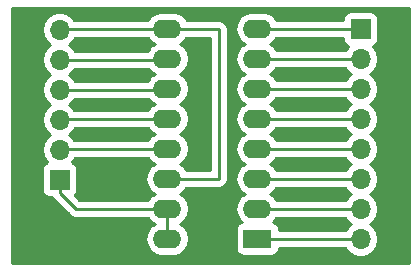
<source format=gbr>
G04 #@! TF.GenerationSoftware,KiCad,Pcbnew,5.0.2-bee76a0~70~ubuntu18.04.1*
G04 #@! TF.CreationDate,2019-03-01T21:34:10+01:00*
G04 #@! TF.ProjectId,MCP3008_filled,4d435033-3030-4385-9f66-696c6c65642e,2*
G04 #@! TF.SameCoordinates,Original*
G04 #@! TF.FileFunction,Copper,L1,Top*
G04 #@! TF.FilePolarity,Positive*
%FSLAX46Y46*%
G04 Gerber Fmt 4.6, Leading zero omitted, Abs format (unit mm)*
G04 Created by KiCad (PCBNEW 5.0.2-bee76a0~70~ubuntu18.04.1) date Fr 01 Mär 2019 21:34:10 CET*
%MOMM*%
%LPD*%
G01*
G04 APERTURE LIST*
G04 #@! TA.AperFunction,ComponentPad*
%ADD10O,1.700000X1.700000*%
G04 #@! TD*
G04 #@! TA.AperFunction,ComponentPad*
%ADD11R,1.700000X1.700000*%
G04 #@! TD*
G04 #@! TA.AperFunction,ComponentPad*
%ADD12O,2.400000X1.600000*%
G04 #@! TD*
G04 #@! TA.AperFunction,ComponentPad*
%ADD13R,2.400000X1.600000*%
G04 #@! TD*
G04 #@! TA.AperFunction,Conductor*
%ADD14C,0.250000*%
G04 #@! TD*
G04 #@! TA.AperFunction,NonConductor*
%ADD15C,0.254000*%
G04 #@! TD*
G04 APERTURE END LIST*
D10*
G04 #@! TO.P,REF\002A\002A,8*
G04 #@! TO.N,N/C*
X205740000Y-93780000D03*
G04 #@! TO.P,REF\002A\002A,7*
X205740000Y-91240000D03*
G04 #@! TO.P,REF\002A\002A,6*
X205740000Y-88700000D03*
G04 #@! TO.P,REF\002A\002A,5*
X205740000Y-86160000D03*
G04 #@! TO.P,REF\002A\002A,4*
X205740000Y-83620000D03*
G04 #@! TO.P,REF\002A\002A,3*
X205740000Y-81080000D03*
G04 #@! TO.P,REF\002A\002A,2*
X205740000Y-78540000D03*
D11*
G04 #@! TO.P,REF\002A\002A,1*
X205740000Y-76000000D03*
G04 #@! TD*
D10*
G04 #@! TO.P,REF\002A\002A,6*
G04 #@! TO.N,N/C*
X180250000Y-76050000D03*
G04 #@! TO.P,REF\002A\002A,5*
X180250000Y-78590000D03*
G04 #@! TO.P,REF\002A\002A,4*
X180250000Y-81130000D03*
G04 #@! TO.P,REF\002A\002A,3*
X180250000Y-83670000D03*
G04 #@! TO.P,REF\002A\002A,2*
X180250000Y-86210000D03*
D11*
G04 #@! TO.P,REF\002A\002A,1*
X180250000Y-88750000D03*
G04 #@! TD*
D12*
G04 #@! TO.P,REF\002A\002A,16*
G04 #@! TO.N,N/C*
X189380000Y-93750000D03*
G04 #@! TO.P,REF\002A\002A,8*
X197000000Y-75970000D03*
G04 #@! TO.P,REF\002A\002A,15*
X189380000Y-91210000D03*
G04 #@! TO.P,REF\002A\002A,7*
X197000000Y-78510000D03*
G04 #@! TO.P,REF\002A\002A,14*
X189380000Y-88670000D03*
G04 #@! TO.P,REF\002A\002A,6*
X197000000Y-81050000D03*
G04 #@! TO.P,REF\002A\002A,13*
X189380000Y-86130000D03*
G04 #@! TO.P,REF\002A\002A,5*
X197000000Y-83590000D03*
G04 #@! TO.P,REF\002A\002A,12*
X189380000Y-83590000D03*
G04 #@! TO.P,REF\002A\002A,4*
X197000000Y-86130000D03*
G04 #@! TO.P,REF\002A\002A,11*
X189380000Y-81050000D03*
G04 #@! TO.P,REF\002A\002A,3*
X197000000Y-88670000D03*
G04 #@! TO.P,REF\002A\002A,10*
X189380000Y-78510000D03*
G04 #@! TO.P,REF\002A\002A,2*
X197000000Y-91210000D03*
G04 #@! TO.P,REF\002A\002A,9*
X189380000Y-75970000D03*
D13*
G04 #@! TO.P,REF\002A\002A,1*
X197000000Y-93750000D03*
G04 #@! TD*
D14*
G04 #@! TO.N,*
X180300000Y-86160000D02*
X180250000Y-86210000D01*
X205710000Y-93750000D02*
X205740000Y-93780000D01*
X197000000Y-93750000D02*
X205710000Y-93750000D01*
X205710000Y-75970000D02*
X205740000Y-76000000D01*
X197000000Y-75970000D02*
X205710000Y-75970000D01*
X205710000Y-78510000D02*
X205740000Y-78540000D01*
X197000000Y-78510000D02*
X205710000Y-78510000D01*
X205710000Y-81050000D02*
X205740000Y-81080000D01*
X197000000Y-81050000D02*
X205710000Y-81050000D01*
X205710000Y-83590000D02*
X205740000Y-83620000D01*
X197000000Y-83590000D02*
X205710000Y-83590000D01*
X205710000Y-86130000D02*
X205740000Y-86160000D01*
X197000000Y-86130000D02*
X205710000Y-86130000D01*
X205710000Y-88670000D02*
X205740000Y-88700000D01*
X197000000Y-88670000D02*
X205710000Y-88670000D01*
X205710000Y-91210000D02*
X205740000Y-91240000D01*
X197000000Y-91210000D02*
X205710000Y-91210000D01*
X189380000Y-91210000D02*
X189380000Y-93750000D01*
X180250000Y-89850000D02*
X180250000Y-88750000D01*
X181610000Y-91210000D02*
X180250000Y-89850000D01*
X189380000Y-91210000D02*
X181610000Y-91210000D01*
X180330000Y-86130000D02*
X180250000Y-86210000D01*
X189380000Y-86130000D02*
X180330000Y-86130000D01*
X180330000Y-83590000D02*
X180250000Y-83670000D01*
X189380000Y-83590000D02*
X180330000Y-83590000D01*
X189300000Y-81130000D02*
X189380000Y-81050000D01*
X180250000Y-81130000D02*
X189300000Y-81130000D01*
X189300000Y-78590000D02*
X189380000Y-78510000D01*
X180250000Y-78590000D02*
X189300000Y-78590000D01*
X190830000Y-75970000D02*
X190860000Y-76000000D01*
X189380000Y-75970000D02*
X190830000Y-75970000D01*
X190860000Y-76000000D02*
X193750000Y-76000000D01*
X193750000Y-76000000D02*
X193750000Y-88670000D01*
X193750000Y-88670000D02*
X189710000Y-88670000D01*
X180330000Y-75970000D02*
X180250000Y-76050000D01*
X189380000Y-75970000D02*
X180330000Y-75970000D01*
G04 #@! TD*
D15*
G36*
X209815001Y-95815000D02*
X176185000Y-95815000D01*
X176185000Y-76050000D01*
X178735908Y-76050000D01*
X178851161Y-76629418D01*
X179179375Y-77120625D01*
X179477761Y-77320000D01*
X179179375Y-77519375D01*
X178851161Y-78010582D01*
X178735908Y-78590000D01*
X178851161Y-79169418D01*
X179179375Y-79660625D01*
X179477761Y-79860000D01*
X179179375Y-80059375D01*
X178851161Y-80550582D01*
X178735908Y-81130000D01*
X178851161Y-81709418D01*
X179179375Y-82200625D01*
X179477761Y-82400000D01*
X179179375Y-82599375D01*
X178851161Y-83090582D01*
X178735908Y-83670000D01*
X178851161Y-84249418D01*
X179179375Y-84740625D01*
X179477761Y-84940000D01*
X179179375Y-85139375D01*
X178851161Y-85630582D01*
X178735908Y-86210000D01*
X178851161Y-86789418D01*
X179179375Y-87280625D01*
X179197619Y-87292816D01*
X179152235Y-87301843D01*
X179099214Y-87337271D01*
X179040302Y-87361673D01*
X178995211Y-87406764D01*
X178942191Y-87442191D01*
X178906765Y-87495209D01*
X178861673Y-87540301D01*
X178837270Y-87599215D01*
X178801843Y-87652235D01*
X178789403Y-87714776D01*
X178765000Y-87773690D01*
X178765000Y-87837459D01*
X178752560Y-87900000D01*
X178752560Y-89600000D01*
X178765000Y-89662541D01*
X178765000Y-89726310D01*
X178789403Y-89785224D01*
X178801843Y-89847765D01*
X178837270Y-89900785D01*
X178861673Y-89959699D01*
X178906765Y-90004791D01*
X178942191Y-90057809D01*
X178995211Y-90093236D01*
X179040302Y-90138327D01*
X179099214Y-90162729D01*
X179152235Y-90198157D01*
X179214778Y-90210597D01*
X179273691Y-90235000D01*
X179337459Y-90235000D01*
X179400000Y-90247440D01*
X179601518Y-90247440D01*
X179702071Y-90397929D01*
X179765530Y-90440331D01*
X181019673Y-91694476D01*
X181062071Y-91757929D01*
X181125524Y-91800327D01*
X181125526Y-91800329D01*
X181250902Y-91884102D01*
X181313463Y-91925904D01*
X181535148Y-91970000D01*
X181535152Y-91970000D01*
X181609999Y-91984888D01*
X181684846Y-91970000D01*
X187761957Y-91970000D01*
X187945423Y-92244577D01*
X188297758Y-92480000D01*
X187945423Y-92715423D01*
X187628260Y-93190091D01*
X187516887Y-93750000D01*
X187628260Y-94309909D01*
X187945423Y-94784577D01*
X188420091Y-95101740D01*
X188838667Y-95185000D01*
X189921333Y-95185000D01*
X190339909Y-95101740D01*
X190814577Y-94784577D01*
X191131740Y-94309909D01*
X191243113Y-93750000D01*
X191131740Y-93190091D01*
X190814577Y-92715423D01*
X190462242Y-92480000D01*
X190814577Y-92244577D01*
X191131740Y-91769909D01*
X191243113Y-91210000D01*
X191131740Y-90650091D01*
X190814577Y-90175423D01*
X190462242Y-89940000D01*
X190814577Y-89704577D01*
X190998043Y-89430000D01*
X193675148Y-89430000D01*
X193750000Y-89444889D01*
X194046537Y-89385904D01*
X194297929Y-89217929D01*
X194465904Y-88966537D01*
X194510000Y-88744852D01*
X194524889Y-88670000D01*
X194510000Y-88595148D01*
X194510000Y-76074852D01*
X194524889Y-76000000D01*
X194518922Y-75970000D01*
X195136887Y-75970000D01*
X195248260Y-76529909D01*
X195565423Y-77004577D01*
X195917758Y-77240000D01*
X195565423Y-77475423D01*
X195248260Y-77950091D01*
X195136887Y-78510000D01*
X195248260Y-79069909D01*
X195565423Y-79544577D01*
X195917758Y-79780000D01*
X195565423Y-80015423D01*
X195248260Y-80490091D01*
X195136887Y-81050000D01*
X195248260Y-81609909D01*
X195565423Y-82084577D01*
X195917758Y-82320000D01*
X195565423Y-82555423D01*
X195248260Y-83030091D01*
X195136887Y-83590000D01*
X195248260Y-84149909D01*
X195565423Y-84624577D01*
X195917758Y-84860000D01*
X195565423Y-85095423D01*
X195248260Y-85570091D01*
X195136887Y-86130000D01*
X195248260Y-86689909D01*
X195565423Y-87164577D01*
X195917758Y-87400000D01*
X195565423Y-87635423D01*
X195248260Y-88110091D01*
X195136887Y-88670000D01*
X195248260Y-89229909D01*
X195565423Y-89704577D01*
X195917758Y-89940000D01*
X195565423Y-90175423D01*
X195248260Y-90650091D01*
X195136887Y-91210000D01*
X195248260Y-91769909D01*
X195565423Y-92244577D01*
X195671918Y-92315735D01*
X195614778Y-92339403D01*
X195552235Y-92351843D01*
X195499214Y-92387271D01*
X195440302Y-92411673D01*
X195395211Y-92456764D01*
X195342191Y-92492191D01*
X195306765Y-92545209D01*
X195261673Y-92590301D01*
X195237270Y-92649215D01*
X195201843Y-92702235D01*
X195189403Y-92764776D01*
X195165000Y-92823690D01*
X195165000Y-92887459D01*
X195152560Y-92950000D01*
X195152560Y-94550000D01*
X195165000Y-94612541D01*
X195165000Y-94676310D01*
X195189403Y-94735224D01*
X195201843Y-94797765D01*
X195237270Y-94850785D01*
X195261673Y-94909699D01*
X195306765Y-94954791D01*
X195342191Y-95007809D01*
X195395211Y-95043236D01*
X195440302Y-95088327D01*
X195499214Y-95112729D01*
X195552235Y-95148157D01*
X195614778Y-95160597D01*
X195673691Y-95185000D01*
X195737459Y-95185000D01*
X195800000Y-95197440D01*
X198200000Y-95197440D01*
X198262541Y-95185000D01*
X198326309Y-95185000D01*
X198385222Y-95160597D01*
X198447765Y-95148157D01*
X198500786Y-95112729D01*
X198559698Y-95088327D01*
X198604789Y-95043236D01*
X198657809Y-95007809D01*
X198693235Y-94954791D01*
X198738327Y-94909699D01*
X198762730Y-94850785D01*
X198798157Y-94797765D01*
X198810597Y-94735224D01*
X198835000Y-94676310D01*
X198835000Y-94612541D01*
X198847440Y-94550000D01*
X198847440Y-94510000D01*
X204441777Y-94510000D01*
X204669375Y-94850625D01*
X205160582Y-95178839D01*
X205593744Y-95265000D01*
X205886256Y-95265000D01*
X206319418Y-95178839D01*
X206810625Y-94850625D01*
X207138839Y-94359418D01*
X207254092Y-93780000D01*
X207138839Y-93200582D01*
X206810625Y-92709375D01*
X206512239Y-92510000D01*
X206810625Y-92310625D01*
X207138839Y-91819418D01*
X207254092Y-91240000D01*
X207138839Y-90660582D01*
X206810625Y-90169375D01*
X206512239Y-89970000D01*
X206810625Y-89770625D01*
X207138839Y-89279418D01*
X207254092Y-88700000D01*
X207138839Y-88120582D01*
X206810625Y-87629375D01*
X206512239Y-87430000D01*
X206810625Y-87230625D01*
X207138839Y-86739418D01*
X207254092Y-86160000D01*
X207138839Y-85580582D01*
X206810625Y-85089375D01*
X206512239Y-84890000D01*
X206810625Y-84690625D01*
X207138839Y-84199418D01*
X207254092Y-83620000D01*
X207138839Y-83040582D01*
X206810625Y-82549375D01*
X206512239Y-82350000D01*
X206810625Y-82150625D01*
X207138839Y-81659418D01*
X207254092Y-81080000D01*
X207138839Y-80500582D01*
X206810625Y-80009375D01*
X206512239Y-79810000D01*
X206810625Y-79610625D01*
X207138839Y-79119418D01*
X207254092Y-78540000D01*
X207138839Y-77960582D01*
X206810625Y-77469375D01*
X206792381Y-77457184D01*
X206837765Y-77448157D01*
X206890786Y-77412729D01*
X206949698Y-77388327D01*
X206994789Y-77343236D01*
X207047809Y-77307809D01*
X207083235Y-77254791D01*
X207128327Y-77209699D01*
X207152730Y-77150785D01*
X207188157Y-77097765D01*
X207200597Y-77035224D01*
X207225000Y-76976310D01*
X207225000Y-76912541D01*
X207237440Y-76850000D01*
X207237440Y-75150000D01*
X207225000Y-75087459D01*
X207225000Y-75023690D01*
X207200597Y-74964776D01*
X207188157Y-74902235D01*
X207152730Y-74849215D01*
X207128327Y-74790301D01*
X207083235Y-74745209D01*
X207047809Y-74692191D01*
X206994789Y-74656764D01*
X206949698Y-74611673D01*
X206890786Y-74587271D01*
X206837765Y-74551843D01*
X206775222Y-74539403D01*
X206716309Y-74515000D01*
X206652541Y-74515000D01*
X206590000Y-74502560D01*
X204890000Y-74502560D01*
X204827459Y-74515000D01*
X204763691Y-74515000D01*
X204704778Y-74539403D01*
X204642235Y-74551843D01*
X204589214Y-74587271D01*
X204530302Y-74611673D01*
X204485211Y-74656764D01*
X204432191Y-74692191D01*
X204396765Y-74745209D01*
X204351673Y-74790301D01*
X204327270Y-74849215D01*
X204291843Y-74902235D01*
X204279403Y-74964776D01*
X204255000Y-75023690D01*
X204255000Y-75087459D01*
X204242560Y-75150000D01*
X204242560Y-75210000D01*
X198618043Y-75210000D01*
X198434577Y-74935423D01*
X197959909Y-74618260D01*
X197541333Y-74535000D01*
X196458667Y-74535000D01*
X196040091Y-74618260D01*
X195565423Y-74935423D01*
X195248260Y-75410091D01*
X195136887Y-75970000D01*
X194518922Y-75970000D01*
X194465904Y-75703463D01*
X194297929Y-75452071D01*
X194046537Y-75284096D01*
X193824852Y-75240000D01*
X193750000Y-75225111D01*
X193675148Y-75240000D01*
X191055672Y-75240000D01*
X191012328Y-75231378D01*
X190814577Y-74935423D01*
X190339909Y-74618260D01*
X189921333Y-74535000D01*
X188838667Y-74535000D01*
X188420091Y-74618260D01*
X187945423Y-74935423D01*
X187761957Y-75210000D01*
X181474724Y-75210000D01*
X181320625Y-74979375D01*
X180829418Y-74651161D01*
X180396256Y-74565000D01*
X180103744Y-74565000D01*
X179670582Y-74651161D01*
X179179375Y-74979375D01*
X178851161Y-75470582D01*
X178735908Y-76050000D01*
X176185000Y-76050000D01*
X176185000Y-74185000D01*
X209815000Y-74185000D01*
X209815001Y-95815000D01*
X209815001Y-95815000D01*
G37*
X209815001Y-95815000D02*
X176185000Y-95815000D01*
X176185000Y-76050000D01*
X178735908Y-76050000D01*
X178851161Y-76629418D01*
X179179375Y-77120625D01*
X179477761Y-77320000D01*
X179179375Y-77519375D01*
X178851161Y-78010582D01*
X178735908Y-78590000D01*
X178851161Y-79169418D01*
X179179375Y-79660625D01*
X179477761Y-79860000D01*
X179179375Y-80059375D01*
X178851161Y-80550582D01*
X178735908Y-81130000D01*
X178851161Y-81709418D01*
X179179375Y-82200625D01*
X179477761Y-82400000D01*
X179179375Y-82599375D01*
X178851161Y-83090582D01*
X178735908Y-83670000D01*
X178851161Y-84249418D01*
X179179375Y-84740625D01*
X179477761Y-84940000D01*
X179179375Y-85139375D01*
X178851161Y-85630582D01*
X178735908Y-86210000D01*
X178851161Y-86789418D01*
X179179375Y-87280625D01*
X179197619Y-87292816D01*
X179152235Y-87301843D01*
X179099214Y-87337271D01*
X179040302Y-87361673D01*
X178995211Y-87406764D01*
X178942191Y-87442191D01*
X178906765Y-87495209D01*
X178861673Y-87540301D01*
X178837270Y-87599215D01*
X178801843Y-87652235D01*
X178789403Y-87714776D01*
X178765000Y-87773690D01*
X178765000Y-87837459D01*
X178752560Y-87900000D01*
X178752560Y-89600000D01*
X178765000Y-89662541D01*
X178765000Y-89726310D01*
X178789403Y-89785224D01*
X178801843Y-89847765D01*
X178837270Y-89900785D01*
X178861673Y-89959699D01*
X178906765Y-90004791D01*
X178942191Y-90057809D01*
X178995211Y-90093236D01*
X179040302Y-90138327D01*
X179099214Y-90162729D01*
X179152235Y-90198157D01*
X179214778Y-90210597D01*
X179273691Y-90235000D01*
X179337459Y-90235000D01*
X179400000Y-90247440D01*
X179601518Y-90247440D01*
X179702071Y-90397929D01*
X179765530Y-90440331D01*
X181019673Y-91694476D01*
X181062071Y-91757929D01*
X181125524Y-91800327D01*
X181125526Y-91800329D01*
X181250902Y-91884102D01*
X181313463Y-91925904D01*
X181535148Y-91970000D01*
X181535152Y-91970000D01*
X181609999Y-91984888D01*
X181684846Y-91970000D01*
X187761957Y-91970000D01*
X187945423Y-92244577D01*
X188297758Y-92480000D01*
X187945423Y-92715423D01*
X187628260Y-93190091D01*
X187516887Y-93750000D01*
X187628260Y-94309909D01*
X187945423Y-94784577D01*
X188420091Y-95101740D01*
X188838667Y-95185000D01*
X189921333Y-95185000D01*
X190339909Y-95101740D01*
X190814577Y-94784577D01*
X191131740Y-94309909D01*
X191243113Y-93750000D01*
X191131740Y-93190091D01*
X190814577Y-92715423D01*
X190462242Y-92480000D01*
X190814577Y-92244577D01*
X191131740Y-91769909D01*
X191243113Y-91210000D01*
X191131740Y-90650091D01*
X190814577Y-90175423D01*
X190462242Y-89940000D01*
X190814577Y-89704577D01*
X190998043Y-89430000D01*
X193675148Y-89430000D01*
X193750000Y-89444889D01*
X194046537Y-89385904D01*
X194297929Y-89217929D01*
X194465904Y-88966537D01*
X194510000Y-88744852D01*
X194524889Y-88670000D01*
X194510000Y-88595148D01*
X194510000Y-76074852D01*
X194524889Y-76000000D01*
X194518922Y-75970000D01*
X195136887Y-75970000D01*
X195248260Y-76529909D01*
X195565423Y-77004577D01*
X195917758Y-77240000D01*
X195565423Y-77475423D01*
X195248260Y-77950091D01*
X195136887Y-78510000D01*
X195248260Y-79069909D01*
X195565423Y-79544577D01*
X195917758Y-79780000D01*
X195565423Y-80015423D01*
X195248260Y-80490091D01*
X195136887Y-81050000D01*
X195248260Y-81609909D01*
X195565423Y-82084577D01*
X195917758Y-82320000D01*
X195565423Y-82555423D01*
X195248260Y-83030091D01*
X195136887Y-83590000D01*
X195248260Y-84149909D01*
X195565423Y-84624577D01*
X195917758Y-84860000D01*
X195565423Y-85095423D01*
X195248260Y-85570091D01*
X195136887Y-86130000D01*
X195248260Y-86689909D01*
X195565423Y-87164577D01*
X195917758Y-87400000D01*
X195565423Y-87635423D01*
X195248260Y-88110091D01*
X195136887Y-88670000D01*
X195248260Y-89229909D01*
X195565423Y-89704577D01*
X195917758Y-89940000D01*
X195565423Y-90175423D01*
X195248260Y-90650091D01*
X195136887Y-91210000D01*
X195248260Y-91769909D01*
X195565423Y-92244577D01*
X195671918Y-92315735D01*
X195614778Y-92339403D01*
X195552235Y-92351843D01*
X195499214Y-92387271D01*
X195440302Y-92411673D01*
X195395211Y-92456764D01*
X195342191Y-92492191D01*
X195306765Y-92545209D01*
X195261673Y-92590301D01*
X195237270Y-92649215D01*
X195201843Y-92702235D01*
X195189403Y-92764776D01*
X195165000Y-92823690D01*
X195165000Y-92887459D01*
X195152560Y-92950000D01*
X195152560Y-94550000D01*
X195165000Y-94612541D01*
X195165000Y-94676310D01*
X195189403Y-94735224D01*
X195201843Y-94797765D01*
X195237270Y-94850785D01*
X195261673Y-94909699D01*
X195306765Y-94954791D01*
X195342191Y-95007809D01*
X195395211Y-95043236D01*
X195440302Y-95088327D01*
X195499214Y-95112729D01*
X195552235Y-95148157D01*
X195614778Y-95160597D01*
X195673691Y-95185000D01*
X195737459Y-95185000D01*
X195800000Y-95197440D01*
X198200000Y-95197440D01*
X198262541Y-95185000D01*
X198326309Y-95185000D01*
X198385222Y-95160597D01*
X198447765Y-95148157D01*
X198500786Y-95112729D01*
X198559698Y-95088327D01*
X198604789Y-95043236D01*
X198657809Y-95007809D01*
X198693235Y-94954791D01*
X198738327Y-94909699D01*
X198762730Y-94850785D01*
X198798157Y-94797765D01*
X198810597Y-94735224D01*
X198835000Y-94676310D01*
X198835000Y-94612541D01*
X198847440Y-94550000D01*
X198847440Y-94510000D01*
X204441777Y-94510000D01*
X204669375Y-94850625D01*
X205160582Y-95178839D01*
X205593744Y-95265000D01*
X205886256Y-95265000D01*
X206319418Y-95178839D01*
X206810625Y-94850625D01*
X207138839Y-94359418D01*
X207254092Y-93780000D01*
X207138839Y-93200582D01*
X206810625Y-92709375D01*
X206512239Y-92510000D01*
X206810625Y-92310625D01*
X207138839Y-91819418D01*
X207254092Y-91240000D01*
X207138839Y-90660582D01*
X206810625Y-90169375D01*
X206512239Y-89970000D01*
X206810625Y-89770625D01*
X207138839Y-89279418D01*
X207254092Y-88700000D01*
X207138839Y-88120582D01*
X206810625Y-87629375D01*
X206512239Y-87430000D01*
X206810625Y-87230625D01*
X207138839Y-86739418D01*
X207254092Y-86160000D01*
X207138839Y-85580582D01*
X206810625Y-85089375D01*
X206512239Y-84890000D01*
X206810625Y-84690625D01*
X207138839Y-84199418D01*
X207254092Y-83620000D01*
X207138839Y-83040582D01*
X206810625Y-82549375D01*
X206512239Y-82350000D01*
X206810625Y-82150625D01*
X207138839Y-81659418D01*
X207254092Y-81080000D01*
X207138839Y-80500582D01*
X206810625Y-80009375D01*
X206512239Y-79810000D01*
X206810625Y-79610625D01*
X207138839Y-79119418D01*
X207254092Y-78540000D01*
X207138839Y-77960582D01*
X206810625Y-77469375D01*
X206792381Y-77457184D01*
X206837765Y-77448157D01*
X206890786Y-77412729D01*
X206949698Y-77388327D01*
X206994789Y-77343236D01*
X207047809Y-77307809D01*
X207083235Y-77254791D01*
X207128327Y-77209699D01*
X207152730Y-77150785D01*
X207188157Y-77097765D01*
X207200597Y-77035224D01*
X207225000Y-76976310D01*
X207225000Y-76912541D01*
X207237440Y-76850000D01*
X207237440Y-75150000D01*
X207225000Y-75087459D01*
X207225000Y-75023690D01*
X207200597Y-74964776D01*
X207188157Y-74902235D01*
X207152730Y-74849215D01*
X207128327Y-74790301D01*
X207083235Y-74745209D01*
X207047809Y-74692191D01*
X206994789Y-74656764D01*
X206949698Y-74611673D01*
X206890786Y-74587271D01*
X206837765Y-74551843D01*
X206775222Y-74539403D01*
X206716309Y-74515000D01*
X206652541Y-74515000D01*
X206590000Y-74502560D01*
X204890000Y-74502560D01*
X204827459Y-74515000D01*
X204763691Y-74515000D01*
X204704778Y-74539403D01*
X204642235Y-74551843D01*
X204589214Y-74587271D01*
X204530302Y-74611673D01*
X204485211Y-74656764D01*
X204432191Y-74692191D01*
X204396765Y-74745209D01*
X204351673Y-74790301D01*
X204327270Y-74849215D01*
X204291843Y-74902235D01*
X204279403Y-74964776D01*
X204255000Y-75023690D01*
X204255000Y-75087459D01*
X204242560Y-75150000D01*
X204242560Y-75210000D01*
X198618043Y-75210000D01*
X198434577Y-74935423D01*
X197959909Y-74618260D01*
X197541333Y-74535000D01*
X196458667Y-74535000D01*
X196040091Y-74618260D01*
X195565423Y-74935423D01*
X195248260Y-75410091D01*
X195136887Y-75970000D01*
X194518922Y-75970000D01*
X194465904Y-75703463D01*
X194297929Y-75452071D01*
X194046537Y-75284096D01*
X193824852Y-75240000D01*
X193750000Y-75225111D01*
X193675148Y-75240000D01*
X191055672Y-75240000D01*
X191012328Y-75231378D01*
X190814577Y-74935423D01*
X190339909Y-74618260D01*
X189921333Y-74535000D01*
X188838667Y-74535000D01*
X188420091Y-74618260D01*
X187945423Y-74935423D01*
X187761957Y-75210000D01*
X181474724Y-75210000D01*
X181320625Y-74979375D01*
X180829418Y-74651161D01*
X180396256Y-74565000D01*
X180103744Y-74565000D01*
X179670582Y-74651161D01*
X179179375Y-74979375D01*
X178851161Y-75470582D01*
X178735908Y-76050000D01*
X176185000Y-76050000D01*
X176185000Y-74185000D01*
X209815000Y-74185000D01*
X209815001Y-95815000D01*
G36*
X204669375Y-92310625D02*
X204967761Y-92510000D01*
X204669375Y-92709375D01*
X204481867Y-92990000D01*
X198847440Y-92990000D01*
X198847440Y-92950000D01*
X198835000Y-92887459D01*
X198835000Y-92823690D01*
X198810597Y-92764776D01*
X198798157Y-92702235D01*
X198762730Y-92649215D01*
X198738327Y-92590301D01*
X198693235Y-92545209D01*
X198657809Y-92492191D01*
X198604789Y-92456764D01*
X198559698Y-92411673D01*
X198500786Y-92387271D01*
X198447765Y-92351843D01*
X198385222Y-92339403D01*
X198328082Y-92315735D01*
X198434577Y-92244577D01*
X198618043Y-91970000D01*
X204441777Y-91970000D01*
X204669375Y-92310625D01*
X204669375Y-92310625D01*
G37*
X204669375Y-92310625D02*
X204967761Y-92510000D01*
X204669375Y-92709375D01*
X204481867Y-92990000D01*
X198847440Y-92990000D01*
X198847440Y-92950000D01*
X198835000Y-92887459D01*
X198835000Y-92823690D01*
X198810597Y-92764776D01*
X198798157Y-92702235D01*
X198762730Y-92649215D01*
X198738327Y-92590301D01*
X198693235Y-92545209D01*
X198657809Y-92492191D01*
X198604789Y-92456764D01*
X198559698Y-92411673D01*
X198500786Y-92387271D01*
X198447765Y-92351843D01*
X198385222Y-92339403D01*
X198328082Y-92315735D01*
X198434577Y-92244577D01*
X198618043Y-91970000D01*
X204441777Y-91970000D01*
X204669375Y-92310625D01*
G36*
X204669375Y-89770625D02*
X204967761Y-89970000D01*
X204669375Y-90169375D01*
X204481867Y-90450000D01*
X198618043Y-90450000D01*
X198434577Y-90175423D01*
X198082242Y-89940000D01*
X198434577Y-89704577D01*
X198618043Y-89430000D01*
X204441777Y-89430000D01*
X204669375Y-89770625D01*
X204669375Y-89770625D01*
G37*
X204669375Y-89770625D02*
X204967761Y-89970000D01*
X204669375Y-90169375D01*
X204481867Y-90450000D01*
X198618043Y-90450000D01*
X198434577Y-90175423D01*
X198082242Y-89940000D01*
X198434577Y-89704577D01*
X198618043Y-89430000D01*
X204441777Y-89430000D01*
X204669375Y-89770625D01*
G36*
X204669375Y-87230625D02*
X204967761Y-87430000D01*
X204669375Y-87629375D01*
X204481867Y-87910000D01*
X198618043Y-87910000D01*
X198434577Y-87635423D01*
X198082242Y-87400000D01*
X198434577Y-87164577D01*
X198618043Y-86890000D01*
X204441777Y-86890000D01*
X204669375Y-87230625D01*
X204669375Y-87230625D01*
G37*
X204669375Y-87230625D02*
X204967761Y-87430000D01*
X204669375Y-87629375D01*
X204481867Y-87910000D01*
X198618043Y-87910000D01*
X198434577Y-87635423D01*
X198082242Y-87400000D01*
X198434577Y-87164577D01*
X198618043Y-86890000D01*
X204441777Y-86890000D01*
X204669375Y-87230625D01*
G36*
X204669375Y-84690625D02*
X204967761Y-84890000D01*
X204669375Y-85089375D01*
X204481867Y-85370000D01*
X198618043Y-85370000D01*
X198434577Y-85095423D01*
X198082242Y-84860000D01*
X198434577Y-84624577D01*
X198618043Y-84350000D01*
X204441777Y-84350000D01*
X204669375Y-84690625D01*
X204669375Y-84690625D01*
G37*
X204669375Y-84690625D02*
X204967761Y-84890000D01*
X204669375Y-85089375D01*
X204481867Y-85370000D01*
X198618043Y-85370000D01*
X198434577Y-85095423D01*
X198082242Y-84860000D01*
X198434577Y-84624577D01*
X198618043Y-84350000D01*
X204441777Y-84350000D01*
X204669375Y-84690625D01*
G36*
X204669375Y-82150625D02*
X204967761Y-82350000D01*
X204669375Y-82549375D01*
X204481867Y-82830000D01*
X198618043Y-82830000D01*
X198434577Y-82555423D01*
X198082242Y-82320000D01*
X198434577Y-82084577D01*
X198618043Y-81810000D01*
X204441777Y-81810000D01*
X204669375Y-82150625D01*
X204669375Y-82150625D01*
G37*
X204669375Y-82150625D02*
X204967761Y-82350000D01*
X204669375Y-82549375D01*
X204481867Y-82830000D01*
X198618043Y-82830000D01*
X198434577Y-82555423D01*
X198082242Y-82320000D01*
X198434577Y-82084577D01*
X198618043Y-81810000D01*
X204441777Y-81810000D01*
X204669375Y-82150625D01*
G36*
X204669375Y-79610625D02*
X204967761Y-79810000D01*
X204669375Y-80009375D01*
X204481867Y-80290000D01*
X198618043Y-80290000D01*
X198434577Y-80015423D01*
X198082242Y-79780000D01*
X198434577Y-79544577D01*
X198618043Y-79270000D01*
X204441777Y-79270000D01*
X204669375Y-79610625D01*
X204669375Y-79610625D01*
G37*
X204669375Y-79610625D02*
X204967761Y-79810000D01*
X204669375Y-80009375D01*
X204481867Y-80290000D01*
X198618043Y-80290000D01*
X198434577Y-80015423D01*
X198082242Y-79780000D01*
X198434577Y-79544577D01*
X198618043Y-79270000D01*
X204441777Y-79270000D01*
X204669375Y-79610625D01*
G36*
X204242560Y-76850000D02*
X204255000Y-76912541D01*
X204255000Y-76976310D01*
X204279403Y-77035224D01*
X204291843Y-77097765D01*
X204327270Y-77150785D01*
X204351673Y-77209699D01*
X204396765Y-77254791D01*
X204432191Y-77307809D01*
X204485211Y-77343236D01*
X204530302Y-77388327D01*
X204589214Y-77412729D01*
X204642235Y-77448157D01*
X204687619Y-77457184D01*
X204669375Y-77469375D01*
X204481867Y-77750000D01*
X198618043Y-77750000D01*
X198434577Y-77475423D01*
X198082242Y-77240000D01*
X198434577Y-77004577D01*
X198618043Y-76730000D01*
X204242560Y-76730000D01*
X204242560Y-76850000D01*
X204242560Y-76850000D01*
G37*
X204242560Y-76850000D02*
X204255000Y-76912541D01*
X204255000Y-76976310D01*
X204279403Y-77035224D01*
X204291843Y-77097765D01*
X204327270Y-77150785D01*
X204351673Y-77209699D01*
X204396765Y-77254791D01*
X204432191Y-77307809D01*
X204485211Y-77343236D01*
X204530302Y-77388327D01*
X204589214Y-77412729D01*
X204642235Y-77448157D01*
X204687619Y-77457184D01*
X204669375Y-77469375D01*
X204481867Y-77750000D01*
X198618043Y-77750000D01*
X198434577Y-77475423D01*
X198082242Y-77240000D01*
X198434577Y-77004577D01*
X198618043Y-76730000D01*
X204242560Y-76730000D01*
X204242560Y-76850000D01*
G36*
X187945423Y-87164577D02*
X188297758Y-87400000D01*
X187945423Y-87635423D01*
X187628260Y-88110091D01*
X187516887Y-88670000D01*
X187628260Y-89229909D01*
X187945423Y-89704577D01*
X188297758Y-89940000D01*
X187945423Y-90175423D01*
X187761957Y-90450000D01*
X181924803Y-90450000D01*
X181542704Y-90067902D01*
X181557809Y-90057809D01*
X181593235Y-90004791D01*
X181638327Y-89959699D01*
X181662730Y-89900785D01*
X181698157Y-89847765D01*
X181710597Y-89785224D01*
X181735000Y-89726310D01*
X181735000Y-89662541D01*
X181747440Y-89600000D01*
X181747440Y-87900000D01*
X181735000Y-87837459D01*
X181735000Y-87773690D01*
X181710597Y-87714776D01*
X181698157Y-87652235D01*
X181662730Y-87599215D01*
X181638327Y-87540301D01*
X181593235Y-87495209D01*
X181557809Y-87442191D01*
X181504789Y-87406764D01*
X181459698Y-87361673D01*
X181400786Y-87337271D01*
X181347765Y-87301843D01*
X181302381Y-87292816D01*
X181320625Y-87280625D01*
X181581632Y-86890000D01*
X187761957Y-86890000D01*
X187945423Y-87164577D01*
X187945423Y-87164577D01*
G37*
X187945423Y-87164577D02*
X188297758Y-87400000D01*
X187945423Y-87635423D01*
X187628260Y-88110091D01*
X187516887Y-88670000D01*
X187628260Y-89229909D01*
X187945423Y-89704577D01*
X188297758Y-89940000D01*
X187945423Y-90175423D01*
X187761957Y-90450000D01*
X181924803Y-90450000D01*
X181542704Y-90067902D01*
X181557809Y-90057809D01*
X181593235Y-90004791D01*
X181638327Y-89959699D01*
X181662730Y-89900785D01*
X181698157Y-89847765D01*
X181710597Y-89785224D01*
X181735000Y-89726310D01*
X181735000Y-89662541D01*
X181747440Y-89600000D01*
X181747440Y-87900000D01*
X181735000Y-87837459D01*
X181735000Y-87773690D01*
X181710597Y-87714776D01*
X181698157Y-87652235D01*
X181662730Y-87599215D01*
X181638327Y-87540301D01*
X181593235Y-87495209D01*
X181557809Y-87442191D01*
X181504789Y-87406764D01*
X181459698Y-87361673D01*
X181400786Y-87337271D01*
X181347765Y-87301843D01*
X181302381Y-87292816D01*
X181320625Y-87280625D01*
X181581632Y-86890000D01*
X187761957Y-86890000D01*
X187945423Y-87164577D01*
G36*
X192990001Y-87910000D02*
X190998043Y-87910000D01*
X190814577Y-87635423D01*
X190462242Y-87400000D01*
X190814577Y-87164577D01*
X191131740Y-86689909D01*
X191243113Y-86130000D01*
X191131740Y-85570091D01*
X190814577Y-85095423D01*
X190462242Y-84860000D01*
X190814577Y-84624577D01*
X191131740Y-84149909D01*
X191243113Y-83590000D01*
X191131740Y-83030091D01*
X190814577Y-82555423D01*
X190462242Y-82320000D01*
X190814577Y-82084577D01*
X191131740Y-81609909D01*
X191243113Y-81050000D01*
X191131740Y-80490091D01*
X190814577Y-80015423D01*
X190462242Y-79780000D01*
X190814577Y-79544577D01*
X191131740Y-79069909D01*
X191243113Y-78510000D01*
X191131740Y-77950091D01*
X190814577Y-77475423D01*
X190462242Y-77240000D01*
X190814577Y-77004577D01*
X190977998Y-76760000D01*
X192990000Y-76760000D01*
X192990001Y-87910000D01*
X192990001Y-87910000D01*
G37*
X192990001Y-87910000D02*
X190998043Y-87910000D01*
X190814577Y-87635423D01*
X190462242Y-87400000D01*
X190814577Y-87164577D01*
X191131740Y-86689909D01*
X191243113Y-86130000D01*
X191131740Y-85570091D01*
X190814577Y-85095423D01*
X190462242Y-84860000D01*
X190814577Y-84624577D01*
X191131740Y-84149909D01*
X191243113Y-83590000D01*
X191131740Y-83030091D01*
X190814577Y-82555423D01*
X190462242Y-82320000D01*
X190814577Y-82084577D01*
X191131740Y-81609909D01*
X191243113Y-81050000D01*
X191131740Y-80490091D01*
X190814577Y-80015423D01*
X190462242Y-79780000D01*
X190814577Y-79544577D01*
X191131740Y-79069909D01*
X191243113Y-78510000D01*
X191131740Y-77950091D01*
X190814577Y-77475423D01*
X190462242Y-77240000D01*
X190814577Y-77004577D01*
X190977998Y-76760000D01*
X192990000Y-76760000D01*
X192990001Y-87910000D01*
G36*
X187945423Y-84624577D02*
X188297758Y-84860000D01*
X187945423Y-85095423D01*
X187761957Y-85370000D01*
X181474724Y-85370000D01*
X181320625Y-85139375D01*
X181022239Y-84940000D01*
X181320625Y-84740625D01*
X181581632Y-84350000D01*
X187761957Y-84350000D01*
X187945423Y-84624577D01*
X187945423Y-84624577D01*
G37*
X187945423Y-84624577D02*
X188297758Y-84860000D01*
X187945423Y-85095423D01*
X187761957Y-85370000D01*
X181474724Y-85370000D01*
X181320625Y-85139375D01*
X181022239Y-84940000D01*
X181320625Y-84740625D01*
X181581632Y-84350000D01*
X187761957Y-84350000D01*
X187945423Y-84624577D01*
G36*
X187945423Y-82084577D02*
X188297758Y-82320000D01*
X187945423Y-82555423D01*
X187761957Y-82830000D01*
X181474724Y-82830000D01*
X181320625Y-82599375D01*
X181022239Y-82400000D01*
X181320625Y-82200625D01*
X181528178Y-81890000D01*
X187815411Y-81890000D01*
X187945423Y-82084577D01*
X187945423Y-82084577D01*
G37*
X187945423Y-82084577D02*
X188297758Y-82320000D01*
X187945423Y-82555423D01*
X187761957Y-82830000D01*
X181474724Y-82830000D01*
X181320625Y-82599375D01*
X181022239Y-82400000D01*
X181320625Y-82200625D01*
X181528178Y-81890000D01*
X187815411Y-81890000D01*
X187945423Y-82084577D01*
G36*
X187945423Y-79544577D02*
X188297758Y-79780000D01*
X187945423Y-80015423D01*
X187708502Y-80370000D01*
X181528178Y-80370000D01*
X181320625Y-80059375D01*
X181022239Y-79860000D01*
X181320625Y-79660625D01*
X181528178Y-79350000D01*
X187815411Y-79350000D01*
X187945423Y-79544577D01*
X187945423Y-79544577D01*
G37*
X187945423Y-79544577D02*
X188297758Y-79780000D01*
X187945423Y-80015423D01*
X187708502Y-80370000D01*
X181528178Y-80370000D01*
X181320625Y-80059375D01*
X181022239Y-79860000D01*
X181320625Y-79660625D01*
X181528178Y-79350000D01*
X187815411Y-79350000D01*
X187945423Y-79544577D01*
G36*
X187945423Y-77004577D02*
X188297758Y-77240000D01*
X187945423Y-77475423D01*
X187708502Y-77830000D01*
X181528178Y-77830000D01*
X181320625Y-77519375D01*
X181022239Y-77320000D01*
X181320625Y-77120625D01*
X181581632Y-76730000D01*
X187761957Y-76730000D01*
X187945423Y-77004577D01*
X187945423Y-77004577D01*
G37*
X187945423Y-77004577D02*
X188297758Y-77240000D01*
X187945423Y-77475423D01*
X187708502Y-77830000D01*
X181528178Y-77830000D01*
X181320625Y-77519375D01*
X181022239Y-77320000D01*
X181320625Y-77120625D01*
X181581632Y-76730000D01*
X187761957Y-76730000D01*
X187945423Y-77004577D01*
M02*

</source>
